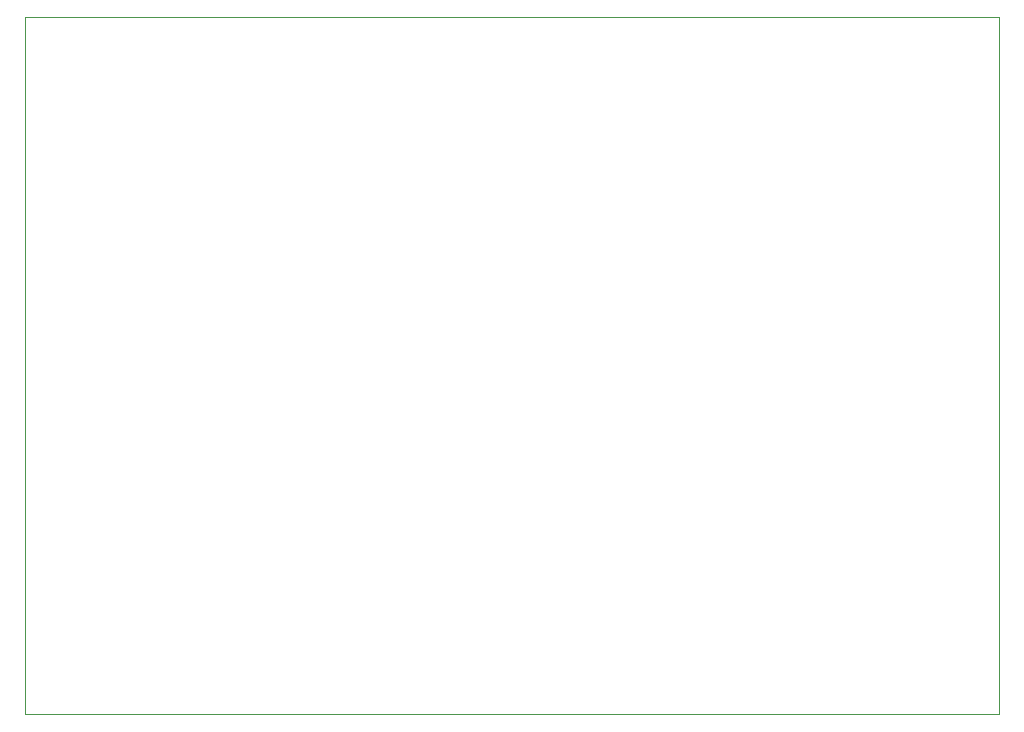
<source format=gm1>
G04 #@! TF.GenerationSoftware,KiCad,Pcbnew,(5.1.4)-1*
G04 #@! TF.CreationDate,2022-02-20T14:42:12-05:00*
G04 #@! TF.ProjectId,Recovery PCB,5265636f-7665-4727-9920-5043422e6b69,rev?*
G04 #@! TF.SameCoordinates,Original*
G04 #@! TF.FileFunction,Profile,NP*
%FSLAX46Y46*%
G04 Gerber Fmt 4.6, Leading zero omitted, Abs format (unit mm)*
G04 Created by KiCad (PCBNEW (5.1.4)-1) date 2022-02-20 14:42:12*
%MOMM*%
%LPD*%
G04 APERTURE LIST*
%ADD10C,0.050000*%
G04 APERTURE END LIST*
D10*
X92500000Y-66500000D02*
X175000000Y-66500000D01*
X92500000Y-125500000D02*
X92500000Y-66500000D01*
X175000000Y-125500000D02*
X92500000Y-125500000D01*
X175000000Y-66500000D02*
X175000000Y-125500000D01*
M02*

</source>
